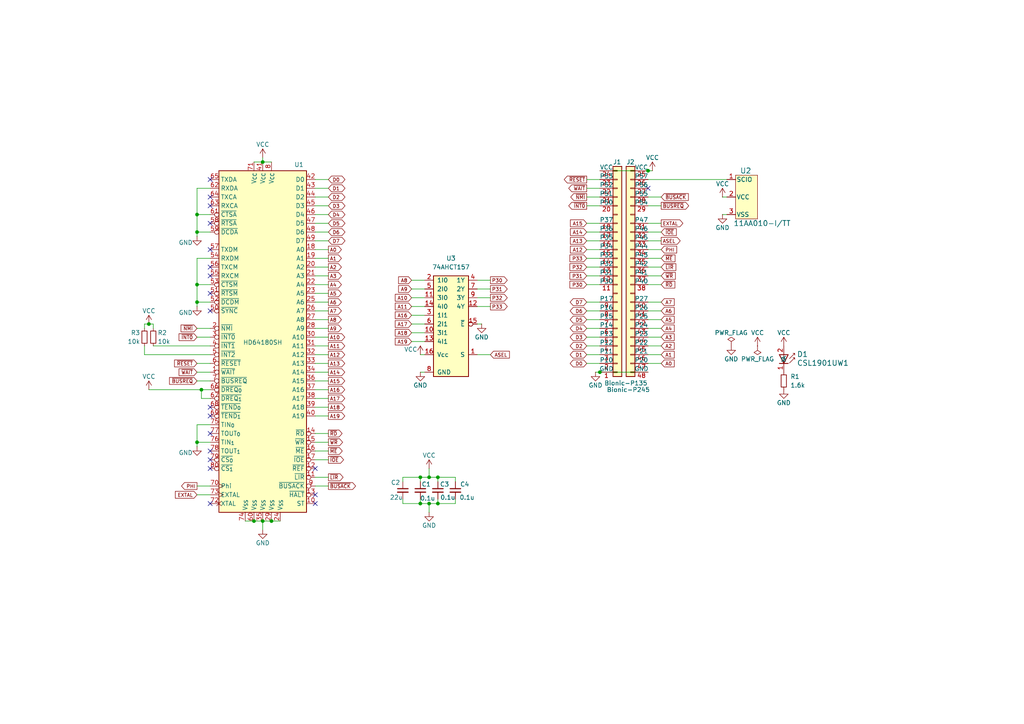
<source format=kicad_sch>
(kicad_sch (version 20250114) (generator "eeschema") (generator_version "9.0")
  (paper "A4")
  (title_block (title "BionicHD64180S") (date "2025-12-15") (rev "1") (company "Tadashi G. Takaoka"))
  (lib_symbols
    (symbol "Device:C_Small" (pin_numbers (hide yes)) (pin_names (offset 0.254) (hide yes))
      (property "Reference" "C" (at 0.254 1.778 0))
      (property "Value" "C_Small" (at 0.254 -2.032 0))
      (symbol "C_Small_0_1"
        (polyline (pts (xy -1.524 0.508) (xy 1.524 0.508)) (stroke (width 0.3048)))
        (polyline (pts (xy -1.524 -0.508) (xy 1.524 -0.508)) (stroke (width 0.3302)))
      )
      (symbol "C_Small_1_1"
        (pin passive line (at 0 2.54 270) (length 2.032) (name "~") (number "1"))
        (pin passive line (at 0 -2.54 90) (length 2.032) (name "~") (number "2"))
      )
    )
    (symbol "Device:R_Small" (pin_numbers (hide yes)) (pin_names (offset 0.254) (hide yes))
      (property "Reference" "R" (at 0 0 90))
      (property "Value" "R_Small" (at 1.778 0 90))
      (symbol "R_Small_0_1"
        (rectangle (start -0.762 1.778) (end 0.762 -1.778) (stroke (width 0.2032)))
      )
      (symbol "R_Small_1_1"
        (pin passive line (at 0 2.54 270) (length 0.762) (name "~") (number "1"))
        (pin passive line (at 0 -2.54 90) (length 0.762) (name "~") (number "2"))
      )
    )
    (symbol "R_Small_1" (pin_numbers (hide yes)) (pin_names (offset 0.254) (hide yes))
      (property "Reference" "R" (at 0 0 90))
      (property "Value" "R_Small" (at 1.778 0 90))
      (symbol "R_Small_1_0_1"
        (rectangle (start -0.762 1.778) (end 0.762 -1.778) (stroke (width 0.2032)))
      )
      (symbol "R_Small_1_1_1"
        (pin passive line (at 0 2.54 270) (length 0.762) (name "~") (number "1"))
        (pin passive line (at 0 -2.54 90) (length 0.762) (name "~") (number "2"))
      )
    )
    (symbol "R_Small_2" (pin_numbers (hide yes)) (pin_names (offset 0.254) (hide yes))
      (property "Reference" "R" (at 0 0 90))
      (property "Value" "R_Small" (at 1.778 0 90))
      (symbol "R_Small_2_0_1"
        (rectangle (start -0.762 1.778) (end 0.762 -1.778) (stroke (width 0.2032)))
      )
      (symbol "R_Small_2_1_1"
        (pin passive line (at 0 2.54 270) (length 0.762) (name "~") (number "1"))
        (pin passive line (at 0 -2.54 90) (length 0.762) (name "~") (number "2"))
      )
    )
    (symbol "bionic:Bionic-P135" (pin_names (offset 0))
      (property "Reference" "J" (at 0 30.48 0))
      (property "Value" "Bionic-P135" (at -1.27 -33.02 0))
      (symbol "Bionic-P135_1_1"
        (rectangle (start 0 28.067) (end -1.27 27.813) (stroke (width 0.1524)))
        (rectangle (start 0 25.527) (end -1.27 25.273) (stroke (width 0.1524)))
        (rectangle (start 0 22.987) (end -1.27 22.733) (stroke (width 0.1524)))
        (rectangle (start 0 20.447) (end -1.27 20.193) (stroke (width 0.1524)))
        (rectangle (start 0 17.907) (end -1.27 17.653) (stroke (width 0.1524)))
        (rectangle (start 0 15.367) (end -1.27 15.113) (stroke (width 0.1524)))
        (rectangle (start 0 12.827) (end -1.27 12.573) (stroke (width 0.1524)))
        (rectangle (start 0 10.287) (end -1.27 10.033) (stroke (width 0.1524)))
        (rectangle (start 0 7.747) (end -1.27 7.493) (stroke (width 0.1524)))
        (rectangle (start 0 5.207) (end -1.27 4.953) (stroke (width 0.1524)))
        (rectangle (start 0 2.667) (end -1.27 2.413) (stroke (width 0.1524)))
        (rectangle (start 0 0.127) (end -1.27 -0.127) (stroke (width 0.1524)))
        (rectangle (start 0 -2.413) (end -1.27 -2.667) (stroke (width 0.1524)))
        (rectangle (start 0 -4.953) (end -1.27 -5.207) (stroke (width 0.1524)))
        (rectangle (start 0 -7.493) (end -1.27 -7.747) (stroke (width 0.1524)))
        (rectangle (start 0 -10.033) (end -1.27 -10.287) (stroke (width 0.1524)))
        (rectangle (start 0 -12.573) (end -1.27 -12.827) (stroke (width 0.1524)))
        (rectangle (start 0 -15.113) (end -1.27 -15.367) (stroke (width 0.1524)))
        (rectangle (start 0 -17.653) (end -1.27 -17.907) (stroke (width 0.1524)))
        (rectangle (start 0 -20.193) (end -1.27 -20.447) (stroke (width 0.1524)))
        (rectangle (start 0 -22.733) (end -1.27 -22.987) (stroke (width 0.1524)))
        (rectangle (start 0 -25.273) (end -1.27 -25.527) (stroke (width 0.1524)))
        (rectangle (start 0 -27.813) (end -1.27 -28.067) (stroke (width 0.1524)))
        (rectangle (start 0 -30.353) (end -1.27 -30.607) (stroke (width 0.1524)))
        (rectangle (start 1.27 29.21) (end -1.27 -31.75) (stroke (width 0.254)) (fill (type background)))
        (pin power_in line (at -5.08 27.94 0) (length 3.81) (name "VCC") (number "24"))
        (pin bidirectional line (at -5.08 25.4 0) (length 3.81) (name "P53") (number "23"))
        (pin bidirectional line (at -5.08 22.86 0) (length 3.81) (name "P52") (number "22"))
        (pin bidirectional line (at -5.08 20.32 0) (length 3.81) (name "P51") (number "21"))
        (pin bidirectional line (at -5.08 17.78 0) (length 3.81) (name "P50") (number "20"))
        (pin bidirectional line (at -5.08 12.7 0) (length 3.81) (name "P37") (number "18"))
        (pin bidirectional line (at -5.08 10.16 0) (length 3.81) (name "P36") (number "17"))
        (pin bidirectional line (at -5.08 7.62 0) (length 3.81) (name "P35") (number "16"))
        (pin bidirectional line (at -5.08 5.08 0) (length 3.81) (name "P34") (number "15"))
        (pin bidirectional line (at -5.08 2.54 0) (length 3.81) (name "P33") (number "14"))
        (pin bidirectional line (at -5.08 0 0) (length 3.81) (name "P32") (number "13"))
        (pin bidirectional line (at -5.08 -2.54 0) (length 3.81) (name "P31") (number "12"))
        (pin bidirectional line (at -5.08 -5.08 0) (length 3.81) (name "P30") (number "11"))
        (pin bidirectional line (at -5.08 -10.16 0) (length 3.81) (name "P17") (number "9"))
        (pin bidirectional line (at -5.08 -12.7 0) (length 3.81) (name "P16") (number "8"))
        (pin bidirectional line (at -5.08 -15.24 0) (length 3.81) (name "P15") (number "7"))
        (pin bidirectional line (at -5.08 -17.78 0) (length 3.81) (name "P14") (number "6"))
        (pin bidirectional line (at -5.08 -20.32 0) (length 3.81) (name "P13") (number "5"))
        (pin bidirectional line (at -5.08 -22.86 0) (length 3.81) (name "P12") (number "4"))
        (pin bidirectional line (at -5.08 -25.4 0) (length 3.81) (name "P11") (number "3"))
        (pin bidirectional line (at -5.08 -27.94 0) (length 3.81) (name "P10") (number "2"))
        (pin power_in line (at -5.08 -30.48 0) (length 3.81) (name "GND") (number "1"))
      )
    )
    (symbol "bionic:Bionic-P245" (pin_names (offset 0))
      (property "Reference" "J" (at -3.81 30.48 0))
      (property "Value" "Bionic-P245" (at -1.27 -33.02 0))
      (symbol "Bionic-P245_1_1"
        (rectangle (start -2.54 29.21) (end -5.08 -31.75) (stroke (width 0.254)) (fill (type background)))
        (rectangle (start -2.54 27.813) (end -3.81 28.067) (stroke (width 0.1524)))
        (rectangle (start -2.54 25.273) (end -3.81 25.527) (stroke (width 0.1524)))
        (rectangle (start -2.54 22.733) (end -3.81 22.987) (stroke (width 0.1524)))
        (rectangle (start -2.54 20.193) (end -3.81 20.447) (stroke (width 0.1524)))
        (rectangle (start -2.54 17.653) (end -3.81 17.907) (stroke (width 0.1524)))
        (rectangle (start -2.54 15.113) (end -3.81 15.367) (stroke (width 0.1524)))
        (rectangle (start -2.54 12.573) (end -3.81 12.827) (stroke (width 0.1524)))
        (rectangle (start -2.54 10.033) (end -3.81 10.287) (stroke (width 0.1524)))
        (rectangle (start -2.54 7.493) (end -3.81 7.747) (stroke (width 0.1524)))
        (rectangle (start -2.54 4.953) (end -3.81 5.207) (stroke (width 0.1524)))
        (rectangle (start -2.54 2.413) (end -3.81 2.667) (stroke (width 0.1524)))
        (rectangle (start -2.54 -0.127) (end -3.81 0.127) (stroke (width 0.1524)))
        (rectangle (start -2.54 -2.667) (end -3.81 -2.413) (stroke (width 0.1524)))
        (rectangle (start -2.54 -5.207) (end -3.81 -4.953) (stroke (width 0.1524)))
        (rectangle (start -2.54 -7.747) (end -3.81 -7.493) (stroke (width 0.1524)))
        (rectangle (start -2.54 -10.287) (end -3.81 -10.033) (stroke (width 0.1524)))
        (rectangle (start -2.54 -12.827) (end -3.81 -12.573) (stroke (width 0.1524)))
        (rectangle (start -2.54 -15.367) (end -3.81 -15.113) (stroke (width 0.1524)))
        (rectangle (start -2.54 -17.907) (end -3.81 -17.653) (stroke (width 0.1524)))
        (rectangle (start -2.54 -20.447) (end -3.81 -20.193) (stroke (width 0.1524)))
        (rectangle (start -2.54 -22.987) (end -3.81 -22.733) (stroke (width 0.1524)))
        (rectangle (start -2.54 -25.527) (end -3.81 -25.273) (stroke (width 0.1524)))
        (rectangle (start -2.54 -28.067) (end -3.81 -27.813) (stroke (width 0.1524)))
        (rectangle (start -2.54 -30.607) (end -3.81 -30.353) (stroke (width 0.1524)))
        (pin power_in line (at 1.27 27.94 180) (length 3.81) (name "VCC") (number "25"))
        (pin bidirectional line (at 1.27 25.4 180) (length 3.81) (name "P57") (number "26"))
        (pin bidirectional line (at 1.27 22.86 180) (length 3.81) (name "P56") (number "27"))
        (pin bidirectional line (at 1.27 20.32 180) (length 3.81) (name "P55") (number "28"))
        (pin bidirectional line (at 1.27 17.78 180) (length 3.81) (name "P54") (number "29"))
        (pin bidirectional line (at 1.27 12.7 180) (length 3.81) (name "P47") (number "31"))
        (pin bidirectional line (at 1.27 10.16 180) (length 3.81) (name "P46") (number "32"))
        (pin bidirectional line (at 1.27 7.62 180) (length 3.81) (name "P45") (number "33"))
        (pin bidirectional line (at 1.27 5.08 180) (length 3.81) (name "P44") (number "34"))
        (pin bidirectional line (at 1.27 2.54 180) (length 3.81) (name "P43") (number "35"))
        (pin bidirectional line (at 1.27 0 180) (length 3.81) (name "P42") (number "36"))
        (pin bidirectional line (at 1.27 -2.54 180) (length 3.81) (name "P41") (number "37"))
        (pin bidirectional line (at 1.27 -5.08 180) (length 3.81) (name "P40") (number "38"))
        (pin bidirectional line (at 1.27 -10.16 180) (length 3.81) (name "P27") (number "40"))
        (pin bidirectional line (at 1.27 -12.7 180) (length 3.81) (name "P26") (number "41"))
        (pin bidirectional line (at 1.27 -15.24 180) (length 3.81) (name "P25") (number "42"))
        (pin bidirectional line (at 1.27 -17.78 180) (length 3.81) (name "P24") (number "43"))
        (pin bidirectional line (at 1.27 -20.32 180) (length 3.81) (name "P23") (number "44"))
        (pin bidirectional line (at 1.27 -22.86 180) (length 3.81) (name "P22") (number "45"))
        (pin bidirectional line (at 1.27 -25.4 180) (length 3.81) (name "P21") (number "46"))
        (pin bidirectional line (at 1.27 -27.94 180) (length 3.81) (name "P20") (number "47"))
        (pin power_in line (at 1.27 -30.48 180) (length 3.81) (name "GND") (number "48"))
      )
    )
    (symbol "cpu:HD64180SH"
      (property "Reference" "U" (at 8.382 50.546 0))
      (property "Value" "HD64180SH" (at -0.508 0.508 90))
      (symbol "HD64180SH_0_1"
        (rectangle (start -12.7 49.53) (end 12.7 -49.53) (stroke (width 0.254)) (fill (type background)))
      )
      (symbol "HD64180SH_1_0"
        (pin output line (at -15.24 46.99 0) (length 2.54) (name "TXDA") (number "65"))
        (pin input line (at -15.24 44.45 0) (length 2.54) (name "RXDA") (number "62"))
        (pin bidirectional line (at -15.24 41.91 0) (length 2.54) (name "TXCA") (number "64"))
        (pin input inverted (at -15.24 36.83 0) (length 2.54) (name "~{CTSA}") (number "61"))
        (pin output inverted (at -15.24 34.29 0) (length 2.54) (name "~{RTSA}") (number "58"))
        (pin input inverted (at -15.24 31.75 0) (length 2.54) (name "~{DCDA}") (number "59"))
        (pin bidirectional line (at -15.24 21.59 0) (length 2.54) (name "TXCM") (number "56"))
        (pin bidirectional inverted (at -15.24 8.89 0) (length 2.54) (name "~{SYNC}") (number "50"))
        (pin input inverted (at -15.24 -1.27 0) (length 2.54) (name "~{INT1}") (number "4"))
        (pin input inverted (at -15.24 -11.43 0) (length 2.54) (name "~{BUSREQ}") (number "7"))
        (pin input inverted (at -15.24 -13.97 0) (length 2.54) (name "~{DREQ_{0}}") (number "66"))
        (pin input inverted (at -15.24 -16.51 0) (length 2.54) (name "~{DREQ_{1}}") (number "67"))
        (pin output inverted (at -15.24 -19.05 0) (length 2.54) (name "~{TEND_{0}}") (number "68"))
        (pin input line (at -15.24 -24.13 0) (length 2.54) (name "TIN_{0}") (number "75"))
        (pin output line (at -15.24 -26.67 0) (length 2.54) (name "TOUT_{0}") (number "77"))
        (pin input line (at -15.24 -29.21 0) (length 2.54) (name "TIN_{1}") (number "76"))
        (pin output line (at -15.24 -31.75 0) (length 2.54) (name "TOUT_{1}") (number "78"))
        (pin output inverted (at -15.24 -36.83 0) (length 2.54) (name "~{CS_{1}}") (number "80"))
        (pin output clock (at -15.24 -41.91 0) (length 2.54) (name "Phi") (number "70"))
        (pin power_in line (at -5.08 -52.07 90) (length 2.54) (name "V_{SS}") (number "74"))
        (pin power_in line (at -2.54 52.07 270) (length 2.54) (name "V_{CC}") (number "71"))
        (pin power_in line (at -2.54 -52.07 90) (length 2.54) (name "V_{SS}") (number "60"))
        (pin power_in line (at 0 52.07 270) (length 2.54) (name "V_{CC}") (number "41"))
        (pin power_in line (at 0 -52.07 90) (length 2.54) (name "V_{SS}") (number "35"))
        (pin power_in line (at 2.54 52.07 270) (length 2.54) (name "V_{CC}") (number "8"))
        (pin power_in line (at 2.54 -52.07 90) (length 2.54) (name "V_{SS}") (number "29"))
        (pin power_in line (at 5.08 -52.07 90) (length 2.54) (name "V_{SS}") (number "24"))
        (pin output line (at 15.24 26.67 180) (length 2.54) (name "A0") (number "18"))
        (pin output line (at 15.24 24.13 180) (length 2.54) (name "A1") (number "19"))
        (pin output line (at 15.24 21.59 180) (length 2.54) (name "A2") (number "20"))
        (pin output line (at 15.24 19.05 180) (length 2.54) (name "A3") (number "21"))
        (pin output line (at 15.24 16.51 180) (length 2.54) (name "A4") (number "22"))
        (pin output line (at 15.24 13.97 180) (length 2.54) (name "A5") (number "23"))
        (pin output line (at 15.24 11.43 180) (length 2.54) (name "A6") (number "25"))
        (pin output line (at 15.24 8.89 180) (length 2.54) (name "A7") (number "26"))
        (pin output inverted (at 15.24 -31.75 180) (length 2.54) (name "~{ME}") (number "16"))
        (pin output inverted (at 15.24 -34.29 180) (length 2.54) (name "~{IOE}") (number "17"))
        (pin output inverted (at 15.24 -36.83 180) (length 2.54) (name "~{REF}") (number "12"))
        (pin output inverted (at 15.24 -39.37 180) (length 2.54) (name "~{LIR}") (number "11"))
        (pin output inverted (at 15.24 -41.91 180) (length 2.54) (name "~{BUSACK}") (number "9"))
        (pin output inverted (at 15.24 -44.45 180) (length 2.54) (name "~{HALT}") (number "13"))
      )
      (symbol "HD64180SH_1_1"
        (pin bidirectional line (at -15.24 39.37 0) (length 2.54) (name "RXCA") (number "63"))
        (pin output line (at -15.24 26.67 0) (length 2.54) (name "TXDM") (number "57"))
        (pin input line (at -15.24 24.13 0) (length 2.54) (name "RXDM") (number "54"))
        (pin bidirectional line (at -15.24 19.05 0) (length 2.54) (name "RXCM") (number "55"))
        (pin input inverted (at -15.24 16.51 0) (length 2.54) (name "~{CTSM}") (number "53"))
        (pin output inverted (at -15.24 13.97 0) (length 2.54) (name "~{RTSM}") (number "51"))
        (pin input inverted (at -15.24 11.43 0) (length 2.54) (name "~{DCDM}") (number "52"))
        (pin input inverted (at -15.24 3.81 0) (length 2.54) (name "~{NMI}") (number "2"))
        (pin input inverted (at -15.24 1.27 0) (length 2.54) (name "~{INT0}") (number "3"))
        (pin input inverted (at -15.24 -3.81 0) (length 2.54) (name "~{INT2}") (number "5"))
        (pin input inverted (at -15.24 -6.35 0) (length 2.54) (name "~{RESET}") (number "6"))
        (pin input inverted (at -15.24 -8.89 0) (length 2.54) (name "~{WAIT}") (number "1"))
        (pin output inverted (at -15.24 -21.59 0) (length 2.54) (name "~{TEND_{1}}") (number "69"))
        (pin output inverted (at -15.24 -34.29 0) (length 2.54) (name "~{CS_{0}}") (number "79"))
        (pin input clock (at -15.24 -44.45 0) (length 2.54) (name "EXTAL") (number "73"))
        (pin input non_logic (at -15.24 -46.99 0) (length 2.54) (name "XTAL") (number "72"))
        (pin bidirectional line (at 15.24 46.99 180) (length 2.54) (name "D0") (number "42"))
        (pin bidirectional line (at 15.24 44.45 180) (length 2.54) (name "D1") (number "43"))
        (pin bidirectional line (at 15.24 41.91 180) (length 2.54) (name "D2") (number "44"))
        (pin bidirectional line (at 15.24 39.37 180) (length 2.54) (name "D3") (number "45"))
        (pin bidirectional line (at 15.24 36.83 180) (length 2.54) (name "D4") (number "46"))
        (pin bidirectional line (at 15.24 34.29 180) (length 2.54) (name "D5") (number "47"))
        (pin bidirectional line (at 15.24 31.75 180) (length 2.54) (name "D6") (number "48"))
        (pin bidirectional line (at 15.24 29.21 180) (length 2.54) (name "D7") (number "49"))
        (pin output line (at 15.24 6.35 180) (length 2.54) (name "A8") (number "27"))
        (pin output line (at 15.24 3.81 180) (length 2.54) (name "A9") (number "28"))
        (pin output line (at 15.24 1.27 180) (length 2.54) (name "A10") (number "30"))
        (pin output line (at 15.24 -1.27 180) (length 2.54) (name "A11") (number "31"))
        (pin output line (at 15.24 -3.81 180) (length 2.54) (name "A12") (number "32"))
        (pin output line (at 15.24 -6.35 180) (length 2.54) (name "A13") (number "33"))
        (pin output line (at 15.24 -8.89 180) (length 2.54) (name "A14") (number "34"))
        (pin output line (at 15.24 -11.43 180) (length 2.54) (name "A15") (number "36"))
        (pin output line (at 15.24 -13.97 180) (length 2.54) (name "A16") (number "37"))
        (pin output line (at 15.24 -16.51 180) (length 2.54) (name "A17") (number "38"))
        (pin output line (at 15.24 -19.05 180) (length 2.54) (name "A18") (number "39"))
        (pin output line (at 15.24 -21.59 180) (length 2.54) (name "A19") (number "40"))
        (pin output inverted (at 15.24 -26.67 180) (length 2.54) (name "~{RD}") (number "14"))
        (pin output inverted (at 15.24 -29.21 180) (length 2.54) (name "~{WR}") (number "15"))
        (pin output line (at 15.24 -46.99 180) (length 2.54) (name "ST") (number "10"))
      )
    )
    (symbol "microchip:11AA010-I_TT" (pin_names (offset 0.254))
      (property "Reference" "U" (at 2.54 1.27 0))
      (property "Value" "11AA010-I/TT" (at 3.81 -13.97 0))
      (symbol "11AA010-I_TT_1_1"
        (rectangle (start 0 0) (end 6.35 -12.7) (fill (type background)))
        (pin bidirectional line (at -2.54 -1.27 0) (length 2.54) (name "SCIO") (number "1"))
        (pin power_in line (at -2.54 -6.35 0) (length 2.54) (name "VCC") (number "2"))
        (pin power_in line (at -2.54 -11.43 0) (length 2.54) (name "VSS") (number "3"))
      )
    )
    (symbol "power:GND" (power) (pin_numbers (hide yes)) (pin_names (offset 0) (hide yes))
      (property "Value" "GND" (at 0 -3.81 0))
      (symbol "GND_0_1"
        (polyline (pts (xy 0 0) (xy 0 -1.27) (xy 1.27 -1.27) (xy 0 -2.54) (xy -1.27 -1.27) (xy 0 -1.27)))
      )
      (symbol "GND_1_1"
        (pin power_in line (at 0 0 270) (length 0) (name "~") (number "1"))
      )
    )
    (symbol "power:PWR_FLAG" (power) (pin_numbers (hide yes)) (pin_names (offset 0) (hide yes))
      (property "Value" "PWR_FLAG" (at 0 3.81 0))
      (symbol "PWR_FLAG_0_0"
        (pin power_out line (at 0 0 90) (length 0) (name "~") (number "1"))
      )
      (symbol "PWR_FLAG_0_1"
        (polyline (pts (xy 0 0) (xy 0 1.27) (xy -1.016 1.905) (xy 0 2.54) (xy 1.016 1.905) (xy 0 1.27)))
      )
    )
    (symbol "power:VCC" (power) (pin_numbers (hide yes)) (pin_names (offset 0) (hide yes))
      (property "Value" "VCC" (at 0 3.556 0))
      (symbol "VCC_0_1"
        (polyline (pts (xy -0.762 1.27) (xy 0 2.54)))
        (polyline (pts (xy 0 2.54) (xy 0.762 1.27)))
        (polyline (pts (xy 0 0) (xy 0 2.54)))
      )
      (symbol "VCC_1_1"
        (pin power_in line (at 0 0 90) (length 0) (name "~") (number "1"))
      )
    )
    (symbol "rhom:CSL1901UW1" (pin_names (offset 0.254))
      (property "Reference" "D" (at 3.81 -2.54 0))
      (property "Value" "CSL1901UW1" (at 3.81 -5.08 0))
      (symbol "CSL1901UW1_0_1"
        (polyline (pts (xy 2.159 3.175) (xy 2.667 3.175)))
        (polyline (pts (xy 2.54 0) (xy 5.08 0)))
        (polyline (pts (xy 2.54 -1.27) (xy 5.08 0) (xy 2.54 1.27) (xy 2.54 -1.27)) (stroke (width 0.254)))
        (polyline (pts (xy 3.683 1.651) (xy 2.159 3.175) (xy 2.159 2.667)))
        (polyline (pts (xy 4.953 1.651) (xy 3.429 3.175) (xy 3.429 2.667) (xy 3.429 3.175) (xy 3.937 3.175)))
        (polyline (pts (xy 5.08 1.27) (xy 5.08 -1.27)) (stroke (width 0.254)))
      )
      (symbol "CSL1901UW1_1_1"
        (pin passive line (at 0 0 0) (length 2.54) (name "A") (number "2"))
        (pin passive line (at 7.62 0 180) (length 2.54) (name "K") (number "1"))
      )
      (symbol "CSL1901UW1_1_2"
        (polyline (pts (xy -5.08 8.255) (xy -5.08 7.62)) (stroke (width 0.2032)))
        (polyline (pts (xy -5.08 7.62) (xy -4.445 8.255)) (stroke (width 0.2032)))
        (polyline (pts (xy -4.445 10.16) (xy -4.445 9.525)) (stroke (width 0.2032)))
        (polyline (pts (xy -4.445 9.525) (xy -3.81 10.16)) (stroke (width 0.2032)))
        (polyline (pts (xy -4.445 8.255) (xy -5.08 8.255)) (stroke (width 0.2032)))
        (polyline (pts (xy -4.445 6.35) (xy -3.81 6.985)) (stroke (width 0.2032)))
        (polyline (pts (xy -3.81 10.16) (xy -4.445 10.16)) (stroke (width 0.2032)))
        (polyline (pts (xy -3.81 8.255) (xy -3.175 8.89)) (stroke (width 0.2032)))
        (polyline (pts (xy -3.81 6.985) (xy -5.08 8.255)) (stroke (width 0.2032)))
        (polyline (pts (xy -3.175 8.89) (xy -4.445 10.16)) (stroke (width 0.2032)))
        (polyline (pts (xy -3.175 5.08) (xy -4.445 6.35)) (stroke (width 0.2032)))
        (polyline (pts (xy -2.54 6.985) (xy -3.81 8.255)) (stroke (width 0.2032)))
        (polyline (pts (xy -1.905 3.81) (xy 1.905 3.81)) (stroke (width 0.2032)))
        (polyline (pts (xy 0 6.35) (xy -1.905 3.81)) (stroke (width 0.2032)))
        (polyline (pts (xy 0 6.35) (xy 0 7.62)) (stroke (width 0.2032)))
        (polyline (pts (xy 0 3.175) (xy 0 3.81)) (stroke (width 0.2032)))
        (polyline (pts (xy 0 2.54) (xy 0 3.4798)) (stroke (width 0.2032)))
        (polyline (pts (xy 1.905 6.35) (xy -1.905 6.35)) (stroke (width 0.2032)))
        (polyline (pts (xy 1.905 3.81) (xy 0 6.35)) (stroke (width 0.2032)))
        (pin unspecified line (at 0 10.16 270) (length 2.54) (name "") (number "1"))
        (pin unspecified line (at 0 0 90) (length 2.54) (name "") (number "2"))
      )
    )
    (symbol "ti:74AHCT157" (pin_names (offset 1.016))
      (property "Reference" "U" (at 0 16.51 0))
      (property "Value" "74AHCT157" (at 0 -15.494 0))
      (symbol "74AHCT157_1_0"
        (pin input line (at -7.62 13.97 0) (length 2.54) (name "1I0") (number "2"))
        (pin input line (at -7.62 11.43 0) (length 2.54) (name "2I0") (number "5"))
        (pin input line (at -7.62 8.89 0) (length 2.54) (name "3I0") (number "11"))
        (pin input line (at -7.62 6.35 0) (length 2.54) (name "4I0") (number "14"))
        (pin input line (at -7.62 3.81 0) (length 2.54) (name "1I1") (number "3"))
        (pin input line (at -7.62 1.27 0) (length 2.54) (name "2I1") (number "6"))
        (pin input line (at -7.62 -1.27 0) (length 2.54) (name "3I1") (number "10"))
        (pin input line (at -7.62 -3.81 0) (length 2.54) (name "4I1") (number "13"))
        (pin power_in line (at -7.62 -7.62 0) (length 2.54) (name "Vcc") (number "16"))
        (pin power_in line (at -7.62 -12.7 0) (length 2.54) (name "GND") (number "8"))
        (pin output line (at 7.62 13.97 180) (length 2.54) (name "1Y") (number "4"))
        (pin output line (at 7.62 11.43 180) (length 2.54) (name "2Y") (number "7"))
        (pin output line (at 7.62 8.89 180) (length 2.54) (name "3Y") (number "9"))
        (pin output line (at 7.62 6.35 180) (length 2.54) (name "4Y") (number "12"))
        (pin input inverted (at 7.62 1.27 180) (length 2.54) (name "~{E}") (number "15"))
        (pin input line (at 7.62 -7.62 180) (length 2.54) (name "S") (number "1"))
      )
      (symbol "74AHCT157_1_1"
        (rectangle (start -5.08 15.24) (end 5.08 -13.97) (stroke (width 0.254)) (fill (type background)))
      )
    )
  )
  (junction (at 173.99 107.95))
  (junction (at 57.15 62.23))
  (junction (at 124.46 146.05))
  (junction (at 121.92 138.43))
  (junction (at 57.15 128.27))
  (junction (at 124.46 138.43))
  (junction (at 58.42 113.03))
  (junction (at 57.15 82.55))
  (junction (at 127 146.05))
  (junction (at 78.74 151.13))
  (junction (at 76.2 46.99))
  (junction (at 57.15 87.63))
  (junction (at 57.15 67.31))
  (junction (at 127 138.43))
  (junction (at 121.92 146.05))
  (junction (at 187.96 49.53))
  (junction (at 73.66 151.13))
  (junction (at 76.2 151.13))
  (junction (at 43.18 93.98))
  (no_connect (at 91.44 146.05))
  (no_connect (at 60.96 52.07))
  (no_connect (at 60.96 85.09))
  (no_connect (at 60.96 146.05))
  (no_connect (at 60.96 125.73))
  (no_connect (at 60.96 59.69))
  (no_connect (at 60.96 57.15))
  (no_connect (at 91.44 135.89))
  (no_connect (at 60.96 130.81))
  (no_connect (at 91.44 143.51))
  (no_connect (at 60.96 64.77))
  (no_connect (at 187.96 54.61))
  (no_connect (at 60.96 135.89))
  (no_connect (at 60.96 77.47))
  (no_connect (at 60.96 133.35))
  (no_connect (at 60.96 80.01))
  (no_connect (at 60.96 118.11))
  (no_connect (at 60.96 120.65))
  (no_connect (at 60.96 72.39))
  (no_connect (at 60.96 90.17))
  (wire (pts (xy 41.91 95.25) (xy 41.91 93.98)))
  (wire (pts (xy 91.44 92.71) (xy 95.25 92.71)))
  (wire (pts (xy 91.44 140.97) (xy 95.25 140.97)))
  (wire (pts (xy 170.18 69.85) (xy 173.99 69.85)))
  (wire (pts (xy 119.38 83.82) (xy 123.19 83.82)))
  (wire (pts (xy 119.38 91.44) (xy 123.19 91.44)))
  (wire (pts (xy 91.44 62.23) (xy 95.25 62.23)))
  (wire (pts (xy 170.18 97.79) (xy 173.99 97.79)))
  (wire (pts (xy 189.23 49.53) (xy 187.96 49.53)))
  (wire (pts (xy 119.38 81.28) (xy 123.19 81.28)))
  (wire (pts (xy 121.92 139.7) (xy 121.92 138.43)))
  (wire (pts (xy 57.15 128.27) (xy 57.15 123.19)))
  (wire (pts (xy 187.96 105.41) (xy 191.77 105.41)))
  (wire (pts (xy 91.44 67.31) (xy 95.25 67.31)))
  (wire (pts (xy 187.96 74.93) (xy 191.77 74.93)))
  (wire (pts (xy 132.08 146.05) (xy 127 146.05)))
  (wire (pts (xy 57.15 62.23) (xy 60.96 62.23)))
  (wire (pts (xy 127 144.78) (xy 127 146.05)))
  (wire (pts (xy 91.44 100.33) (xy 95.25 100.33)))
  (wire (pts (xy 173.99 49.53) (xy 187.96 49.53)))
  (wire (pts (xy 138.43 88.9) (xy 142.24 88.9)))
  (wire (pts (xy 91.44 128.27) (xy 95.25 128.27)))
  (wire (pts (xy 57.15 74.93) (xy 57.15 82.55)))
  (wire (pts (xy 91.44 85.09) (xy 95.25 85.09)))
  (wire (pts (xy 172.72 107.95) (xy 173.99 107.95)))
  (wire (pts (xy 210.82 57.15) (xy 209.55 57.15)))
  (wire (pts (xy 187.96 95.25) (xy 191.77 95.25)))
  (wire (pts (xy 76.2 151.13) (xy 76.2 153.67)))
  (wire (pts (xy 170.18 82.55) (xy 173.99 82.55)))
  (wire (pts (xy 187.96 52.07) (xy 210.82 52.07)))
  (wire (pts (xy 58.42 115.57) (xy 58.42 113.03)))
  (wire (pts (xy 132.08 139.7) (xy 132.08 138.43)))
  (wire (pts (xy 43.18 113.03) (xy 58.42 113.03)))
  (wire (pts (xy 124.46 138.43) (xy 124.46 135.89)))
  (wire (pts (xy 57.15 110.49) (xy 60.96 110.49)))
  (wire (pts (xy 41.91 102.87) (xy 60.96 102.87)))
  (wire (pts (xy 91.44 64.77) (xy 95.25 64.77)))
  (wire (pts (xy 138.43 86.36) (xy 142.24 86.36)))
  (wire (pts (xy 57.15 54.61) (xy 57.15 62.23)))
  (wire (pts (xy 210.82 62.23) (xy 209.55 62.23)))
  (wire (pts (xy 138.43 102.87) (xy 142.24 102.87)))
  (wire (pts (xy 91.44 125.73) (xy 95.25 125.73)))
  (wire (pts (xy 91.44 118.11) (xy 95.25 118.11)))
  (wire (pts (xy 60.96 128.27) (xy 57.15 128.27)))
  (wire (pts (xy 57.15 105.41) (xy 60.96 105.41)))
  (wire (pts (xy 60.96 67.31) (xy 57.15 67.31)))
  (wire (pts (xy 187.96 72.39) (xy 191.77 72.39)))
  (wire (pts (xy 170.18 105.41) (xy 173.99 105.41)))
  (wire (pts (xy 187.96 100.33) (xy 191.77 100.33)))
  (wire (pts (xy 91.44 77.47) (xy 95.25 77.47)))
  (wire (pts (xy 124.46 138.43) (xy 121.92 138.43)))
  (wire (pts (xy 91.44 82.55) (xy 95.25 82.55)))
  (wire (pts (xy 116.84 138.43) (xy 121.92 138.43)))
  (wire (pts (xy 57.15 95.25) (xy 60.96 95.25)))
  (wire (pts (xy 132.08 144.78) (xy 132.08 146.05)))
  (wire (pts (xy 127 138.43) (xy 127 139.7)))
  (wire (pts (xy 116.84 146.05) (xy 121.92 146.05)))
  (wire (pts (xy 173.99 107.95) (xy 187.96 107.95)))
  (wire (pts (xy 91.44 57.15) (xy 95.25 57.15)))
  (wire (pts (xy 44.45 93.98) (xy 44.45 95.25)))
  (wire (pts (xy 187.96 102.87) (xy 191.77 102.87)))
  (wire (pts (xy 58.42 113.03) (xy 60.96 113.03)))
  (wire (pts (xy 116.84 146.05) (xy 116.84 144.78)))
  (wire (pts (xy 119.38 99.06) (xy 123.19 99.06)))
  (wire (pts (xy 170.18 67.31) (xy 173.99 67.31)))
  (wire (pts (xy 91.44 69.85) (xy 95.25 69.85)))
  (wire (pts (xy 187.96 92.71) (xy 191.77 92.71)))
  (wire (pts (xy 57.15 62.23) (xy 57.15 67.31)))
  (wire (pts (xy 60.96 54.61) (xy 57.15 54.61)))
  (wire (pts (xy 78.74 151.13) (xy 81.28 151.13)))
  (wire (pts (xy 119.38 88.9) (xy 123.19 88.9)))
  (wire (pts (xy 187.96 69.85) (xy 191.77 69.85)))
  (wire (pts (xy 76.2 45.72) (xy 76.2 46.99)))
  (wire (pts (xy 170.18 54.61) (xy 173.99 54.61)))
  (wire (pts (xy 119.38 86.36) (xy 123.19 86.36)))
  (wire (pts (xy 124.46 146.05) (xy 121.92 146.05)))
  (wire (pts (xy 138.43 93.98) (xy 139.7 93.98)))
  (wire (pts (xy 170.18 59.69) (xy 173.99 59.69)))
  (wire (pts (xy 57.15 97.79) (xy 60.96 97.79)))
  (wire (pts (xy 187.96 97.79) (xy 191.77 97.79)))
  (wire (pts (xy 170.18 92.71) (xy 173.99 92.71)))
  (wire (pts (xy 124.46 148.59) (xy 124.46 146.05)))
  (wire (pts (xy 91.44 133.35) (xy 95.25 133.35)))
  (wire (pts (xy 57.15 128.27) (xy 57.15 129.54)))
  (wire (pts (xy 60.96 74.93) (xy 57.15 74.93)))
  (wire (pts (xy 187.96 87.63) (xy 191.77 87.63)))
  (wire (pts (xy 170.18 87.63) (xy 173.99 87.63)))
  (wire (pts (xy 76.2 46.99) (xy 78.74 46.99)))
  (wire (pts (xy 187.96 80.01) (xy 191.77 80.01)))
  (wire (pts (xy 57.15 82.55) (xy 60.96 82.55)))
  (wire (pts (xy 91.44 54.61) (xy 95.25 54.61)))
  (wire (pts (xy 43.18 93.98) (xy 44.45 93.98)))
  (wire (pts (xy 57.15 87.63) (xy 60.96 87.63)))
  (wire (pts (xy 91.44 59.69) (xy 95.25 59.69)))
  (wire (pts (xy 138.43 81.28) (xy 142.24 81.28)))
  (wire (pts (xy 91.44 120.65) (xy 95.25 120.65)))
  (wire (pts (xy 170.18 72.39) (xy 173.99 72.39)))
  (wire (pts (xy 57.15 123.19) (xy 60.96 123.19)))
  (wire (pts (xy 91.44 130.81) (xy 95.25 130.81)))
  (wire (pts (xy 73.66 46.99) (xy 76.2 46.99)))
  (wire (pts (xy 170.18 77.47) (xy 173.99 77.47)))
  (wire (pts (xy 41.91 93.98) (xy 43.18 93.98)))
  (wire (pts (xy 57.15 67.31) (xy 57.15 68.58)))
  (wire (pts (xy 91.44 90.17) (xy 95.25 90.17)))
  (wire (pts (xy 187.96 57.15) (xy 191.77 57.15)))
  (wire (pts (xy 71.12 151.13) (xy 73.66 151.13)))
  (wire (pts (xy 121.92 107.95) (xy 123.19 107.95)))
  (wire (pts (xy 57.15 140.97) (xy 60.96 140.97)))
  (wire (pts (xy 91.44 138.43) (xy 95.25 138.43)))
  (wire (pts (xy 170.18 64.77) (xy 173.99 64.77)))
  (wire (pts (xy 170.18 52.07) (xy 173.99 52.07)))
  (wire (pts (xy 91.44 72.39) (xy 95.25 72.39)))
  (wire (pts (xy 91.44 113.03) (xy 95.25 113.03)))
  (wire (pts (xy 57.15 87.63) (xy 57.15 88.9)))
  (wire (pts (xy 76.2 151.13) (xy 78.74 151.13)))
  (wire (pts (xy 187.96 67.31) (xy 191.77 67.31)))
  (wire (pts (xy 121.92 102.87) (xy 123.19 102.87)))
  (wire (pts (xy 124.46 146.05) (xy 127 146.05)))
  (wire (pts (xy 119.38 96.52) (xy 123.19 96.52)))
  (wire (pts (xy 91.44 74.93) (xy 95.25 74.93)))
  (wire (pts (xy 116.84 138.43) (xy 116.84 139.7)))
  (wire (pts (xy 91.44 115.57) (xy 95.25 115.57)))
  (wire (pts (xy 132.08 138.43) (xy 127 138.43)))
  (wire (pts (xy 57.15 107.95) (xy 60.96 107.95)))
  (wire (pts (xy 121.92 146.05) (xy 121.92 144.78)))
  (wire (pts (xy 124.46 138.43) (xy 127 138.43)))
  (wire (pts (xy 44.45 100.33) (xy 60.96 100.33)))
  (wire (pts (xy 73.66 151.13) (xy 76.2 151.13)))
  (wire (pts (xy 91.44 80.01) (xy 95.25 80.01)))
  (wire (pts (xy 170.18 100.33) (xy 173.99 100.33)))
  (wire (pts (xy 187.96 64.77) (xy 191.77 64.77)))
  (wire (pts (xy 187.96 90.17) (xy 191.77 90.17)))
  (wire (pts (xy 41.91 100.33) (xy 41.91 102.87)))
  (wire (pts (xy 170.18 74.93) (xy 173.99 74.93)))
  (wire (pts (xy 91.44 52.07) (xy 95.25 52.07)))
  (wire (pts (xy 187.96 77.47) (xy 191.77 77.47)))
  (wire (pts (xy 170.18 57.15) (xy 173.99 57.15)))
  (wire (pts (xy 170.18 95.25) (xy 173.99 95.25)))
  (wire (pts (xy 91.44 107.95) (xy 95.25 107.95)))
  (wire (pts (xy 57.15 143.51) (xy 60.96 143.51)))
  (wire (pts (xy 187.96 59.69) (xy 191.77 59.69)))
  (wire (pts (xy 60.96 115.57) (xy 58.42 115.57)))
  (wire (pts (xy 187.96 82.55) (xy 191.77 82.55)))
  (wire (pts (xy 170.18 90.17) (xy 173.99 90.17)))
  (wire (pts (xy 119.38 93.98) (xy 123.19 93.98)))
  (wire (pts (xy 91.44 110.49) (xy 95.25 110.49)))
  (wire (pts (xy 91.44 95.25) (xy 95.25 95.25)))
  (wire (pts (xy 91.44 102.87) (xy 95.25 102.87)))
  (wire (pts (xy 57.15 82.55) (xy 57.15 87.63)))
  (wire (pts (xy 91.44 105.41) (xy 95.25 105.41)))
  (wire (pts (xy 170.18 102.87) (xy 173.99 102.87)))
  (wire (pts (xy 170.18 80.01) (xy 173.99 80.01)))
  (wire (pts (xy 138.43 83.82) (xy 142.24 83.82)))
  (wire (pts (xy 91.44 97.79) (xy 95.25 97.79)))
  (wire (pts (xy 91.44 87.63) (xy 95.25 87.63)))
  (global_label "A13" (shape input) (at 170.18 69.85 180) (effects (font (size 1.016 1.016))) (property "Intersheetrefs" "${INTERSHEET_REFS}" (effects (hide yes))))
  (global_label "D6" (shape bidirectional) (at 170.18 90.17 180) (effects (font (size 1.016 1.016))) (property "Intersheetrefs" "${INTERSHEET_REFS}" (effects (hide yes))))
  (global_label "~{ME}" (shape output) (at 95.25 130.81 0) (effects (font (size 1.016 1.016))) (property "Intersheetrefs" "${INTERSHEET_REFS}" (effects (hide yes))))
  (global_label "~{RD}" (shape output) (at 95.25 125.73 0) (effects (font (size 1.016 1.016))) (property "Intersheetrefs" "${INTERSHEET_REFS}" (effects (hide yes))))
  (global_label "A18" (shape output) (at 95.25 118.11 0) (effects (font (size 1.016 1.016))) (property "Intersheetrefs" "${INTERSHEET_REFS}" (effects (hide yes))))
  (global_label "A0" (shape input) (at 191.77 105.41 0) (effects (font (size 1.016 1.016))) (property "Intersheetrefs" "${INTERSHEET_REFS}" (effects (hide yes))))
  (global_label "~{BUSACK}" (shape output) (at 95.25 140.97 0) (effects (font (size 1.016 1.016))) (property "Intersheetrefs" "${INTERSHEET_REFS}" (effects (hide yes))))
  (global_label "D2" (shape bidirectional) (at 95.25 57.15 0) (effects (font (size 1.016 1.016))) (property "Intersheetrefs" "${INTERSHEET_REFS}" (effects (hide yes))))
  (global_label "A3" (shape input) (at 191.77 97.79 0) (effects (font (size 1.016 1.016))) (property "Intersheetrefs" "${INTERSHEET_REFS}" (effects (hide yes))))
  (global_label "~{WAIT}" (shape output) (at 170.18 54.61 180) (effects (font (size 1.016 1.016))) (property "Intersheetrefs" "${INTERSHEET_REFS}" (effects (hide yes))))
  (global_label "A6" (shape input) (at 191.77 90.17 0) (effects (font (size 1.016 1.016))) (property "Intersheetrefs" "${INTERSHEET_REFS}" (effects (hide yes))))
  (global_label "A5" (shape input) (at 191.77 92.71 0) (effects (font (size 1.016 1.016))) (property "Intersheetrefs" "${INTERSHEET_REFS}" (effects (hide yes))))
  (global_label "D2" (shape bidirectional) (at 170.18 100.33 180) (effects (font (size 1.016 1.016))) (property "Intersheetrefs" "${INTERSHEET_REFS}" (effects (hide yes))))
  (global_label "D1" (shape bidirectional) (at 170.18 102.87 180) (effects (font (size 1.016 1.016))) (property "Intersheetrefs" "${INTERSHEET_REFS}" (effects (hide yes))))
  (global_label "D6" (shape bidirectional) (at 95.25 67.31 0) (effects (font (size 1.016 1.016))) (property "Intersheetrefs" "${INTERSHEET_REFS}" (effects (hide yes))))
  (global_label "~{IOE}" (shape input) (at 191.77 67.31 0) (effects (font (size 1.016 1.016))) (property "Intersheetrefs" "${INTERSHEET_REFS}" (effects (hide yes))))
  (global_label "~{WR}" (shape output) (at 95.25 128.27 0) (effects (font (size 1.016 1.016))) (property "Intersheetrefs" "${INTERSHEET_REFS}" (effects (hide yes))))
  (global_label "A12" (shape input) (at 170.18 72.39 180) (effects (font (size 1.016 1.016))) (property "Intersheetrefs" "${INTERSHEET_REFS}" (effects (hide yes))))
  (global_label "~{LIR}" (shape input) (at 191.77 77.47 0) (effects (font (size 1.016 1.016))) (property "Intersheetrefs" "${INTERSHEET_REFS}" (effects (hide yes))))
  (global_label "D4" (shape bidirectional) (at 95.25 62.23 0) (effects (font (size 1.016 1.016))) (property "Intersheetrefs" "${INTERSHEET_REFS}" (effects (hide yes))))
  (global_label "A2" (shape input) (at 191.77 100.33 0) (effects (font (size 1.016 1.016))) (property "Intersheetrefs" "${INTERSHEET_REFS}" (effects (hide yes))))
  (global_label "A12" (shape output) (at 95.25 102.87 0) (effects (font (size 1.016 1.016))) (property "Intersheetrefs" "${INTERSHEET_REFS}" (effects (hide yes))))
  (global_label "ASEL" (shape input) (at 142.24 102.87 0) (effects (font (size 1.016 1.016))) (property "Intersheetrefs" "${INTERSHEET_REFS}" (effects (hide yes))))
  (global_label "~{LIR}" (shape output) (at 95.25 138.43 0) (effects (font (size 1.016 1.016))) (property "Intersheetrefs" "${INTERSHEET_REFS}" (effects (hide yes))))
  (global_label "D4" (shape bidirectional) (at 170.18 95.25 180) (effects (font (size 1.016 1.016))) (property "Intersheetrefs" "${INTERSHEET_REFS}" (effects (hide yes))))
  (global_label "P32" (shape input) (at 170.18 77.47 180) (effects (font (size 1.016 1.016))) (property "Intersheetrefs" "${INTERSHEET_REFS}" (effects (hide yes))))
  (global_label "D3" (shape bidirectional) (at 170.18 97.79 180) (effects (font (size 1.016 1.016))) (property "Intersheetrefs" "${INTERSHEET_REFS}" (effects (hide yes))))
  (global_label "A15" (shape output) (at 95.25 110.49 0) (effects (font (size 1.016 1.016))) (property "Intersheetrefs" "${INTERSHEET_REFS}" (effects (hide yes))))
  (global_label "~{BUSREQ}" (shape input) (at 57.15 110.49 180) (effects (font (size 1.016 1.016))) (property "Intersheetrefs" "${INTERSHEET_REFS}" (effects (hide yes))))
  (global_label "A6" (shape output) (at 95.25 87.63 0) (effects (font (size 1.016 1.016))) (property "Intersheetrefs" "${INTERSHEET_REFS}" (effects (hide yes))))
  (global_label "A11" (shape output) (at 95.25 100.33 0) (effects (font (size 1.016 1.016))) (property "Intersheetrefs" "${INTERSHEET_REFS}" (effects (hide yes))))
  (global_label "A14" (shape input) (at 170.18 67.31 180) (effects (font (size 1.016 1.016))) (property "Intersheetrefs" "${INTERSHEET_REFS}" (effects (hide yes))))
  (global_label "A8" (shape input) (at 119.38 81.28 180) (effects (font (size 1.016 1.016))) (property "Intersheetrefs" "${INTERSHEET_REFS}" (effects (hide yes))))
  (global_label "A16" (shape output) (at 95.25 113.03 0) (effects (font (size 1.016 1.016))) (property "Intersheetrefs" "${INTERSHEET_REFS}" (effects (hide yes))))
  (global_label "~{BUSREQ}" (shape output) (at 191.77 59.69 0) (effects (font (size 1.016 1.016))) (property "Intersheetrefs" "${INTERSHEET_REFS}" (effects (hide yes))))
  (global_label "P31" (shape input) (at 170.18 80.01 180) (effects (font (size 1.016 1.016))) (property "Intersheetrefs" "${INTERSHEET_REFS}" (effects (hide yes))))
  (global_label "D1" (shape bidirectional) (at 95.25 54.61 0) (effects (font (size 1.016 1.016))) (property "Intersheetrefs" "${INTERSHEET_REFS}" (effects (hide yes))))
  (global_label "A1" (shape output) (at 95.25 74.93 0) (effects (font (size 1.016 1.016))) (property "Intersheetrefs" "${INTERSHEET_REFS}" (effects (hide yes))))
  (global_label "P31" (shape output) (at 142.24 83.82 0) (effects (font (size 1.016 1.016))) (property "Intersheetrefs" "${INTERSHEET_REFS}" (effects (hide yes))))
  (global_label "A3" (shape output) (at 95.25 80.01 0) (effects (font (size 1.016 1.016))) (property "Intersheetrefs" "${INTERSHEET_REFS}" (effects (hide yes))))
  (global_label "~{INT0}" (shape output) (at 170.18 59.69 180) (effects (font (size 1.016 1.016))) (property "Intersheetrefs" "${INTERSHEET_REFS}" (effects (hide yes))))
  (global_label "D5" (shape bidirectional) (at 170.18 92.71 180) (effects (font (size 1.016 1.016))) (property "Intersheetrefs" "${INTERSHEET_REFS}" (effects (hide yes))))
  (global_label "~{RESET}" (shape output) (at 170.18 52.07 180) (effects (font (size 1.016 1.016))) (property "Intersheetrefs" "${INTERSHEET_REFS}" (effects (hide yes))))
  (global_label "A13" (shape output) (at 95.25 105.41 0) (effects (font (size 1.016 1.016))) (property "Intersheetrefs" "${INTERSHEET_REFS}" (effects (hide yes))))
  (global_label "A19" (shape output) (at 95.25 120.65 0) (effects (font (size 1.016 1.016))) (property "Intersheetrefs" "${INTERSHEET_REFS}" (effects (hide yes))))
  (global_label "~{WAIT}" (shape input) (at 57.15 107.95 180) (effects (font (size 1.016 1.016))) (property "Intersheetrefs" "${INTERSHEET_REFS}" (effects (hide yes))))
  (global_label "P32" (shape output) (at 142.24 86.36 0) (effects (font (size 1.016 1.016))) (property "Intersheetrefs" "${INTERSHEET_REFS}" (effects (hide yes))))
  (global_label "A11" (shape input) (at 119.38 88.9 180) (effects (font (size 1.016 1.016))) (property "Intersheetrefs" "${INTERSHEET_REFS}" (effects (hide yes))))
  (global_label "PHI" (shape output) (at 57.15 140.97 180) (effects (font (size 1.016 1.016))) (property "Intersheetrefs" "${INTERSHEET_REFS}" (effects (hide yes))))
  (global_label "D0" (shape bidirectional) (at 95.25 52.07 0) (effects (font (size 1.016 1.016))) (property "Intersheetrefs" "${INTERSHEET_REFS}" (effects (hide yes))))
  (global_label "~{WR}" (shape input) (at 191.77 80.01 0) (effects (font (size 1.016 1.016))) (property "Intersheetrefs" "${INTERSHEET_REFS}" (effects (hide yes))))
  (global_label "~{INT0}" (shape input) (at 57.15 97.79 180) (effects (font (size 1.016 1.016))) (property "Intersheetrefs" "${INTERSHEET_REFS}" (effects (hide yes))))
  (global_label "~{RESET}" (shape input) (at 57.15 105.41 180) (effects (font (size 1.016 1.016))) (property "Intersheetrefs" "${INTERSHEET_REFS}" (effects (hide yes))))
  (global_label "ASEL" (shape output) (at 191.77 69.85 0) (effects (font (size 1.016 1.016))) (property "Intersheetrefs" "${INTERSHEET_REFS}" (effects (hide yes))))
  (global_label "P30" (shape output) (at 142.24 81.28 0) (effects (font (size 1.016 1.016))) (property "Intersheetrefs" "${INTERSHEET_REFS}" (effects (hide yes))))
  (global_label "D5" (shape bidirectional) (at 95.25 64.77 0) (effects (font (size 1.016 1.016))) (property "Intersheetrefs" "${INTERSHEET_REFS}" (effects (hide yes))))
  (global_label "A18" (shape input) (at 119.38 96.52 180) (effects (font (size 1.016 1.016))) (property "Intersheetrefs" "${INTERSHEET_REFS}" (effects (hide yes))))
  (global_label "A9" (shape output) (at 95.25 95.25 0) (effects (font (size 1.016 1.016))) (property "Intersheetrefs" "${INTERSHEET_REFS}" (effects (hide yes))))
  (global_label "P30" (shape input) (at 170.18 82.55 180) (effects (font (size 1.016 1.016))) (property "Intersheetrefs" "${INTERSHEET_REFS}" (effects (hide yes))))
  (global_label "A16" (shape input) (at 119.38 91.44 180) (effects (font (size 1.016 1.016))) (property "Intersheetrefs" "${INTERSHEET_REFS}" (effects (hide yes))))
  (global_label "A8" (shape output) (at 95.25 92.71 0) (effects (font (size 1.016 1.016))) (property "Intersheetrefs" "${INTERSHEET_REFS}" (effects (hide yes))))
  (global_label "A9" (shape input) (at 119.38 83.82 180) (effects (font (size 1.016 1.016))) (property "Intersheetrefs" "${INTERSHEET_REFS}" (effects (hide yes))))
  (global_label "A10" (shape output) (at 95.25 97.79 0) (effects (font (size 1.016 1.016))) (property "Intersheetrefs" "${INTERSHEET_REFS}" (effects (hide yes))))
  (global_label "A5" (shape output) (at 95.25 85.09 0) (effects (font (size 1.016 1.016))) (property "Intersheetrefs" "${INTERSHEET_REFS}" (effects (hide yes))))
  (global_label "A4" (shape input) (at 191.77 95.25 0) (effects (font (size 1.016 1.016))) (property "Intersheetrefs" "${INTERSHEET_REFS}" (effects (hide yes))))
  (global_label "A19" (shape input) (at 119.38 99.06 180) (effects (font (size 1.016 1.016))) (property "Intersheetrefs" "${INTERSHEET_REFS}" (effects (hide yes))))
  (global_label "D7" (shape bidirectional) (at 95.25 69.85 0) (effects (font (size 1.016 1.016))) (property "Intersheetrefs" "${INTERSHEET_REFS}" (effects (hide yes))))
  (global_label "~{IOE}" (shape output) (at 95.25 133.35 0) (effects (font (size 1.016 1.016))) (property "Intersheetrefs" "${INTERSHEET_REFS}" (effects (hide yes))))
  (global_label "A4" (shape output) (at 95.25 82.55 0) (effects (font (size 1.016 1.016))) (property "Intersheetrefs" "${INTERSHEET_REFS}" (effects (hide yes))))
  (global_label "D0" (shape bidirectional) (at 170.18 105.41 180) (effects (font (size 1.016 1.016))) (property "Intersheetrefs" "${INTERSHEET_REFS}" (effects (hide yes))))
  (global_label "D3" (shape bidirectional) (at 95.25 59.69 0) (effects (font (size 1.016 1.016))) (property "Intersheetrefs" "${INTERSHEET_REFS}" (effects (hide yes))))
  (global_label "A7" (shape output) (at 95.25 90.17 0) (effects (font (size 1.016 1.016))) (property "Intersheetrefs" "${INTERSHEET_REFS}" (effects (hide yes))))
  (global_label "A15" (shape input) (at 170.18 64.77 180) (effects (font (size 1.016 1.016))) (property "Intersheetrefs" "${INTERSHEET_REFS}" (effects (hide yes))))
  (global_label "A14" (shape output) (at 95.25 107.95 0) (effects (font (size 1.016 1.016))) (property "Intersheetrefs" "${INTERSHEET_REFS}" (effects (hide yes))))
  (global_label "A10" (shape input) (at 119.38 86.36 180) (effects (font (size 1.016 1.016))) (property "Intersheetrefs" "${INTERSHEET_REFS}" (effects (hide yes))))
  (global_label "~{NMI}" (shape input) (at 57.15 95.25 180) (effects (font (size 1.016 1.016))) (property "Intersheetrefs" "${INTERSHEET_REFS}" (effects (hide yes))))
  (global_label "~{RD}" (shape input) (at 191.77 82.55 0) (effects (font (size 1.016 1.016))) (property "Intersheetrefs" "${INTERSHEET_REFS}" (effects (hide yes))))
  (global_label "~{BUSACK}" (shape input) (at 191.77 57.15 0) (effects (font (size 1.016 1.016))) (property "Intersheetrefs" "${INTERSHEET_REFS}" (effects (hide yes))))
  (global_label "PHI" (shape input) (at 191.77 72.39 0) (effects (font (size 1.016 1.016))) (property "Intersheetrefs" "${INTERSHEET_REFS}" (effects (hide yes))))
  (global_label "~{NMI}" (shape output) (at 170.18 57.15 180) (effects (font (size 1.016 1.016))) (property "Intersheetrefs" "${INTERSHEET_REFS}" (effects (hide yes))))
  (global_label "A0" (shape output) (at 95.25 72.39 0) (effects (font (size 1.016 1.016))) (property "Intersheetrefs" "${INTERSHEET_REFS}" (effects (hide yes))))
  (global_label "EXTAL" (shape input) (at 57.15 143.51 180) (effects (font (size 1.016 1.016))) (property "Intersheetrefs" "${INTERSHEET_REFS}" (effects (hide yes))))
  (global_label "A2" (shape output) (at 95.25 77.47 0) (effects (font (size 1.016 1.016))) (property "Intersheetrefs" "${INTERSHEET_REFS}" (effects (hide yes))))
  (global_label "A17" (shape input) (at 119.38 93.98 180) (effects (font (size 1.016 1.016))) (property "Intersheetrefs" "${INTERSHEET_REFS}" (effects (hide yes))))
  (global_label "P33" (shape input) (at 170.18 74.93 180) (effects (font (size 1.016 1.016))) (property "Intersheetrefs" "${INTERSHEET_REFS}" (effects (hide yes))))
  (global_label "P33" (shape output) (at 142.24 88.9 0) (effects (font (size 1.016 1.016))) (property "Intersheetrefs" "${INTERSHEET_REFS}" (effects (hide yes))))
  (global_label "D7" (shape bidirectional) (at 170.18 87.63 180) (effects (font (size 1.016 1.016))) (property "Intersheetrefs" "${INTERSHEET_REFS}" (effects (hide yes))))
  (global_label "A1" (shape input) (at 191.77 102.87 0) (effects (font (size 1.016 1.016))) (property "Intersheetrefs" "${INTERSHEET_REFS}" (effects (hide yes))))
  (global_label "A7" (shape input) (at 191.77 87.63 0) (effects (font (size 1.016 1.016))) (property "Intersheetrefs" "${INTERSHEET_REFS}" (effects (hide yes))))
  (global_label "EXTAL" (shape output) (at 191.77 64.77 0) (effects (font (size 1.016 1.016))) (property "Intersheetrefs" "${INTERSHEET_REFS}" (effects (hide yes))))
  (global_label "A17" (shape output) (at 95.25 115.57 0) (effects (font (size 1.016 1.016))) (property "Intersheetrefs" "${INTERSHEET_REFS}" (effects (hide yes))))
  (global_label "~{ME}" (shape input) (at 191.77 74.93 0) (effects (font (size 1.016 1.016))) (property "Intersheetrefs" "${INTERSHEET_REFS}" (effects (hide yes))))
  (symbol (lib_id "Device:C_Small") (at 121.92 142.24 0) (mirror y) (unit 1)
    (property "Reference" "C1" (at 124.968 140.462 0) (effects (justify left)))
    (property "Value" "0.1u" (at 126.238 144.526 0) (effects (justify left)))
    (property "Footprint" "Capacitor_SMD:C_0603_1608Metric_Pad1.08x0.95mm_HandSolder" (effects (hide yes)))
  )
  (symbol (lib_id "power:GND") (at 124.46 148.59 0) (unit 1)
    (property "Reference" "#PWR09" (effects (hide yes)))
    (property "Value" "GND" (at 124.46 152.4 0))
    (property "Description" "Power symbol creates a global label with name \"GND\" , ground" (effects (hide yes)))
  )
  (symbol (lib_id "power:GND") (at 57.15 88.9 0) (unit 1)
    (property "Reference" "#PWR018" (effects (hide yes)))
    (property "Value" "GND" (at 53.848 90.678 0))
    (property "Description" "Power symbol creates a global label with name \"GND\" , ground" (effects (hide yes)))
  )
  (symbol (lib_id "power:VCC") (at 121.92 102.87 0) (unit 1)
    (property "Reference" "#PWR013" (effects (hide yes)))
    (property "Value" "VCC" (at 119.126 101.346 0))
    (property "Description" "Power symbol creates a global label with name \"VCC\"" (effects (hide yes)))
  )
  (symbol (lib_id "power:VCC") (at 43.18 113.03 0) (unit 1)
    (property "Reference" "#PWR015" (effects (hide yes)))
    (property "Value" "VCC" (at 43.18 109.22 0))
    (property "Description" "Power symbol creates a global label with name \"VCC\"" (effects (hide yes)))
  )
  (symbol (lib_id "power:VCC") (at 219.71 100.33 0) (unit 1)
    (property "Reference" "#PWR010" (effects (hide yes)))
    (property "Value" "VCC" (at 219.71 96.52 0))
    (property "Description" "Power symbol creates a global label with name \"VCC\"" (effects (hide yes)))
  )
  (symbol (lib_id "power:PWR_FLAG") (at 212.09 100.33 0) (unit 1)
    (property "Reference" "#FLG01" (effects (hide yes)))
    (property "Value" "PWR_FLAG" (at 212.09 96.52 0))
    (property "Description" "Special symbol for telling ERC where power comes from" (effects (hide yes)))
  )
  (symbol (lib_id "Device:C_Small") (at 116.84 142.24 0) (mirror y) (unit 1)
    (property "Reference" "C2" (at 116.078 139.954 0) (effects (justify left)))
    (property "Value" "22u" (at 116.84 144.272 0) (effects (justify left)))
    (property "Footprint" "Capacitor_SMD:C_0603_1608Metric_Pad1.08x0.95mm_HandSolder" (effects (hide yes)))
  )
  (symbol (lib_id "cpu:HD64180SH") (at 76.2 99.06 0) (unit 1)
    (property "Reference" "U1" (at 85.344 47.752 0) (effects (justify left)))
    (property "Value" "HD64180SH" (at 76.2 99.314 0))
    (property "Footprint" "Package_QFP:PQFP-80_14x14mm_P0.65mm" (effects (hide yes)))
    (property "Datasheet" "https://datasheet.octopart.com/HD64180SH-8-Hitachi-datasheet-180016078.pdf" (effects (hide yes)))
    (property "Description" "8-bit General Purpose Microprocessor, QFP-80" (effects (hide yes)))
  )
  (symbol (lib_id "power:GND") (at 57.15 129.54 0) (unit 1)
    (property "Reference" "#PWR020" (effects (hide yes)))
    (property "Value" "GND" (at 53.848 131.318 0))
    (property "Description" "Power symbol creates a global label with name \"GND\" , ground" (effects (hide yes)))
  )
  (symbol (lib_id "power:GND") (at 121.92 107.95 0) (unit 1)
    (property "Reference" "#PWR012" (effects (hide yes)))
    (property "Value" "GND" (at 121.92 111.76 0))
    (property "Description" "Power symbol creates a global label with name \"GND\" , ground" (effects (hide yes)))
  )
  (symbol (lib_id "power:VCC") (at 124.46 135.89 0) (unit 1)
    (property "Reference" "#PWR03" (effects (hide yes)))
    (property "Value" "VCC" (at 124.46 132.08 0))
    (property "Description" "Power symbol creates a global label with name \"VCC\"" (effects (hide yes)))
  )
  (symbol (lib_id "power:VCC") (at 227.33 100.33 0) (unit 1)
    (property "Reference" "#PWR08" (effects (hide yes)))
    (property "Value" "VCC" (at 227.33 96.52 0))
    (property "Description" "Power symbol creates a global label with name \"VCC\"" (effects (hide yes)))
  )
  (symbol (lib_id "power:GND") (at 139.7 93.98 0) (unit 1)
    (property "Reference" "#PWR011" (effects (hide yes)))
    (property "Value" "GND" (at 139.7 97.79 0))
    (property "Description" "Power symbol creates a global label with name \"GND\" , ground" (effects (hide yes)))
  )
  (symbol (lib_id "bionic:Bionic-P245") (at 186.69 77.47 0) (unit 1)
    (property "Reference" "J2" (at 182.88 46.99 0))
    (property "Value" "Bionic-P245" (at 182.245 113.03 0))
    (property "Footprint" "bionic:Bionic-P245_SMT" (effects (hide yes)))
    (property "Description" "Generic connector, single row, 01x24, script generated (kicad-library-utils/schlib/autogen/connector/)" (effects (hide yes)))
  )
  (symbol (lib_id "power:PWR_FLAG") (at 219.71 100.33 180) (unit 1)
    (property "Reference" "#FLG02" (effects (hide yes)))
    (property "Value" "PWR_FLAG" (at 219.71 104.14 0))
    (property "Description" "Special symbol for telling ERC where power comes from" (effects (hide yes)))
  )
  (symbol (lib_id "power:GND") (at 212.09 100.33 0) (unit 1)
    (property "Reference" "#PWR05" (effects (hide yes)))
    (property "Value" "GND" (at 212.09 104.14 0))
    (property "Description" "Power symbol creates a global label with name \"GND\" , ground" (effects (hide yes)))
  )
  (symbol (lib_name "R_Small_1") (lib_id "Device:R_Small") (at 227.33 110.49 0) (unit 1)
    (property "Reference" "R1" (at 229.235 109.22 0) (effects (justify left)))
    (property "Value" "1.6k" (at 229.235 111.76 0) (effects (justify left)))
    (property "Footprint" "Resistor_SMD:R_0603_1608Metric_Pad0.98x0.95mm_HandSolder" (effects (hide yes)))
    (property "Description" "Resistor, small symbol" (effects (hide yes)))
  )
  (symbol (lib_name "R_Small_2") (lib_id "Device:R_Small") (at 41.91 97.79 0) (unit 1)
    (property "Reference" "R3" (at 40.64 96.52 0) (effects (justify right)))
    (property "Value" "10k" (at 40.64 99.06 0) (effects (justify right)))
    (property "Footprint" "Resistor_SMD:R_0603_1608Metric_Pad0.98x0.95mm_HandSolder" (effects (hide yes)))
    (property "Description" "Resistor, small symbol" (effects (hide yes)))
  )
  (symbol (lib_id "power:GND") (at 227.33 113.03 0) (unit 1)
    (property "Reference" "#PWR04" (effects (hide yes)))
    (property "Value" "GND" (at 227.33 116.84 0))
    (property "Description" "Power symbol creates a global label with name \"GND\" , ground" (effects (hide yes)))
  )
  (symbol (lib_id "power:VCC") (at 209.55 57.15 0) (unit 1)
    (property "Reference" "#PWR07" (effects (hide yes)))
    (property "Value" "VCC" (at 209.55 53.34 0))
    (property "Description" "Power symbol creates a global label with name \"VCC\"" (effects (hide yes)))
  )
  (symbol (lib_id "ti:74AHCT157") (at 130.81 95.25 0) (unit 1)
    (property "Reference" "U3" (at 130.81 74.93 0))
    (property "Value" "74AHCT157" (at 130.81 77.47 0))
    (property "Footprint" "ti:PW16-M" (effects (hide yes)))
    (property "Datasheet" "https://www.ti.com/jp/lit/ds/symlink/cd74hct157.pdf" (effects (hide yes)))
    (property "Description" "Quad 2-Input Multiplexers" (effects (hide yes)))
  )
  (symbol (lib_id "rhom:CSL1901UW1") (at 227.33 100.33 270) (unit 1)
    (property "Reference" "D1" (at 231.14 102.7429 90) (effects (font (size 1.524 1.524)) (justify left)))
    (property "Value" "CSL1901UW1" (at 231.14 105.2829 90) (effects (font (size 1.524 1.524)) (justify left)))
    (property "Footprint" "rhom:LED_CSL1901UW1_ROM-M" (effects (hide yes)))
    (property "Datasheet" "https://fscdn.rohm.com/en/products/databook/datasheet/opto/led/chip_mono/csl1901uw1-e.pdf" (effects (hide yes)))
    (property "Description" "Red LED (Low Current Emission, SMD)" (effects (hide yes)))
  )
  (symbol (lib_id "power:GND") (at 209.55 62.23 0) (unit 1)
    (property "Reference" "#PWR02" (effects (hide yes)))
    (property "Value" "GND" (at 209.55 66.04 0))
    (property "Description" "Power symbol creates a global label with name \"GND\" , ground" (effects (hide yes)))
  )
  (symbol (lib_id "power:GND") (at 76.2 153.67 0) (unit 1)
    (property "Reference" "#PWR017" (effects (hide yes)))
    (property "Value" "GND" (at 76.2 157.48 0))
    (property "Description" "Power symbol creates a global label with name \"GND\" , ground" (effects (hide yes)))
  )
  (symbol (lib_id "power:GND") (at 57.15 68.58 0) (unit 1)
    (property "Reference" "#PWR019" (effects (hide yes)))
    (property "Value" "GND" (at 53.848 70.358 0))
    (property "Description" "Power symbol creates a global label with name \"GND\" , ground" (effects (hide yes)))
  )
  (symbol (lib_id "microchip:11AA010-I_TT") (at 213.36 50.8 0) (unit 1)
    (property "Reference" "U2" (at 214.63 49.53 0) (effects (font (size 1.524 1.524)) (justify left)))
    (property "Value" "11AA010-I/TT" (at 212.725 64.77 0) (effects (font (size 1.524 1.524)) (justify left)))
    (property "Footprint" "microchip:SOT-23_MC_MCH-M" (effects (hide yes)))
    (property "Datasheet" "11AA010-I/TO" (effects (hide yes)))
    (property "Description" "UNI/O Serial EEPROM (1Kbit)" (effects (hide yes)))
  )
  (symbol (lib_id "Device:C_Small") (at 127 142.24 0) (mirror y) (unit 1)
    (property "Reference" "C3" (at 130.302 140.462 0) (effects (justify left)))
    (property "Value" "0.1u" (at 132.08 144.272 0) (effects (justify left)))
    (property "Footprint" "Capacitor_SMD:C_0603_1608Metric_Pad1.08x0.95mm_HandSolder" (effects (hide yes)))
  )
  (symbol (lib_id "power:VCC") (at 189.23 49.53 0) (unit 1)
    (property "Reference" "#PWR06" (effects (hide yes)))
    (property "Value" "VCC" (at 189.23 45.72 0))
    (property "Description" "Power symbol creates a global label with name \"VCC\"" (effects (hide yes)))
  )
  (symbol (lib_id "power:GND") (at 172.72 107.95 0) (unit 1)
    (property "Reference" "#PWR01" (effects (hide yes)))
    (property "Value" "GND" (at 172.72 111.76 0))
    (property "Description" "Power symbol creates a global label with name \"GND\" , ground" (effects (hide yes)))
  )
  (symbol (lib_id "Device:R_Small") (at 44.45 97.79 0) (mirror y) (unit 1)
    (property "Reference" "R2" (at 45.72 96.52 0) (effects (justify right)))
    (property "Value" "10k" (at 45.72 99.06 0) (effects (justify right)))
    (property "Footprint" "Resistor_SMD:R_0603_1608Metric_Pad0.98x0.95mm_HandSolder" (effects (hide yes)))
    (property "Description" "Resistor, small symbol" (effects (hide yes)))
  )
  (symbol (lib_id "power:VCC") (at 76.2 45.72 0) (unit 1)
    (property "Reference" "#PWR016" (effects (hide yes)))
    (property "Value" "VCC" (at 76.2 41.91 0))
    (property "Description" "Power symbol creates a global label with name \"VCC\"" (effects (hide yes)))
  )
  (symbol (lib_id "bionic:Bionic-P135") (at 179.07 77.47 0) (unit 1)
    (property "Reference" "J1" (at 177.8 46.99 0) (effects (justify left)))
    (property "Value" "Bionic-P135" (at 175.26 111.125 0) (effects (justify left)))
    (property "Footprint" "bionic:Bionic-P135_SMT" (effects (hide yes)))
    (property "Description" "Generic connector, single row, 01x24, script generated (kicad-library-utils/schlib/autogen/connector/)" (effects (hide yes)))
  )
  (symbol (lib_id "Device:C_Small") (at 132.08 142.24 0) (mirror y) (unit 1)
    (property "Reference" "C4" (at 136.144 140.462 0) (effects (justify left)))
    (property "Value" "0.1u" (at 137.668 144.272 0) (effects (justify left)))
    (property "Footprint" "Capacitor_SMD:C_0603_1608Metric_Pad1.08x0.95mm_HandSolder" (effects (hide yes)))
  )
  (symbol (lib_id "power:VCC") (at 43.18 93.98 0) (unit 1)
    (property "Reference" "#PWR014" (effects (hide yes)))
    (property "Value" "VCC" (at 43.18 90.17 0))
    (property "Description" "Power symbol creates a global label with name \"VCC\"" (effects (hide yes)))
  )
)
</source>
